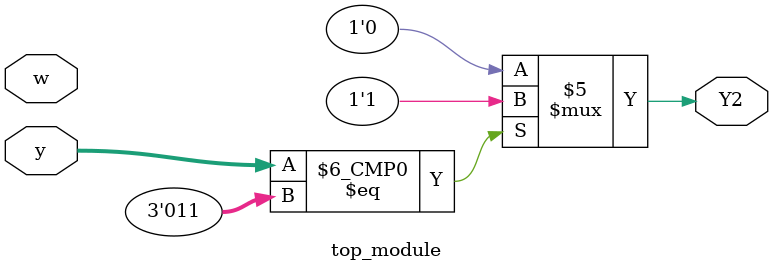
<source format=sv>
module top_module(
    input [3:1] y,
    input w,
    output reg Y2);
    
    always @(y or w) begin
        case(y)
            3'b000: Y2 = 1'b0;
            3'b001: Y2 = 1'b0;
            3'b010: Y2 = 1'b0;
            3'b011: Y2 = 1'b1; // Next state for C (y[2]) is 1
            3'b100: Y2 = 1'b0;
            3'b101: Y2 = 1'b0;
            default: Y2 = 1'b0;
        endcase
    end
    
endmodule

</source>
